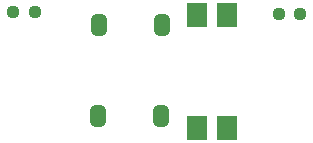
<source format=gbr>
%TF.GenerationSoftware,KiCad,Pcbnew,7.0.10*%
%TF.CreationDate,2024-02-12T10:02:05+01:00*%
%TF.ProjectId,CURRENT_SENSOR_SMD,43555252-454e-4545-9f53-454e534f525f,rev?*%
%TF.SameCoordinates,Original*%
%TF.FileFunction,Paste,Top*%
%TF.FilePolarity,Positive*%
%FSLAX46Y46*%
G04 Gerber Fmt 4.6, Leading zero omitted, Abs format (unit mm)*
G04 Created by KiCad (PCBNEW 7.0.10) date 2024-02-12 10:02:05*
%MOMM*%
%LPD*%
G01*
G04 APERTURE LIST*
G04 Aperture macros list*
%AMRoundRect*
0 Rectangle with rounded corners*
0 $1 Rounding radius*
0 $2 $3 $4 $5 $6 $7 $8 $9 X,Y pos of 4 corners*
0 Add a 4 corners polygon primitive as box body*
4,1,4,$2,$3,$4,$5,$6,$7,$8,$9,$2,$3,0*
0 Add four circle primitives for the rounded corners*
1,1,$1+$1,$2,$3*
1,1,$1+$1,$4,$5*
1,1,$1+$1,$6,$7*
1,1,$1+$1,$8,$9*
0 Add four rect primitives between the rounded corners*
20,1,$1+$1,$2,$3,$4,$5,0*
20,1,$1+$1,$4,$5,$6,$7,0*
20,1,$1+$1,$6,$7,$8,$9,0*
20,1,$1+$1,$8,$9,$2,$3,0*%
G04 Aperture macros list end*
%ADD10R,1.780000X2.000000*%
%ADD11RoundRect,0.237500X-0.250000X-0.237500X0.250000X-0.237500X0.250000X0.237500X-0.250000X0.237500X0*%
%ADD12RoundRect,0.237500X0.250000X0.237500X-0.250000X0.237500X-0.250000X-0.237500X0.250000X-0.237500X0*%
%ADD13RoundRect,0.318750X-0.318750X0.581250X-0.318750X-0.581250X0.318750X-0.581250X0.318750X0.581250X0*%
G04 APERTURE END LIST*
D10*
%TO.C,U1*%
X78613000Y-64836000D03*
X81153000Y-64836000D03*
X81153000Y-55306000D03*
X78613000Y-55306000D03*
%TD*%
D11*
%TO.C,R2*%
X85574500Y-55245000D03*
X87399500Y-55245000D03*
%TD*%
D12*
%TO.C,R1*%
X64912500Y-55000000D03*
X63087500Y-55000000D03*
%TD*%
D13*
%TO.C,D1*%
X75662500Y-56100000D03*
X70362500Y-56100000D03*
X70300000Y-63800000D03*
X75600000Y-63800000D03*
%TD*%
M02*

</source>
